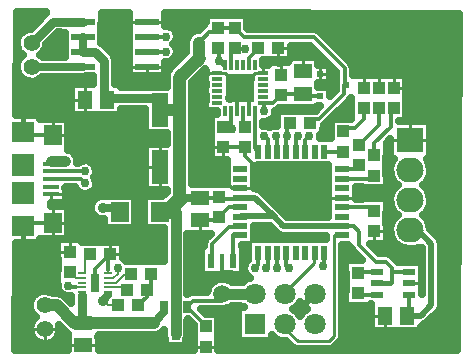
<source format=gbr>
G04 DipTrace 2.4.0.2*
%INTop.gbr*%
%MOIN*%
%ADD10C,0.0098*%
%ADD13C,0.013*%
%ADD14C,0.0118*%
%ADD15C,0.02*%
%ADD16C,0.0087*%
%ADD17C,0.0071*%
%ADD18C,0.008*%
%ADD19C,0.04*%
%ADD20C,0.025*%
%ADD21C,0.03*%
%ADD23C,0.0197*%
%ADD24C,0.0433*%
%ADD25C,0.035*%
%ADD26C,0.05*%
%ADD27C,0.036*%
%ADD28C,0.028*%
%ADD29C,0.01*%
%ADD30C,0.016*%
%ADD31R,0.0591X0.0512*%
%ADD32R,0.0551X0.1122*%
%ADD33R,0.0394X0.0433*%
%ADD34R,0.0433X0.0394*%
%ADD35R,0.0512X0.0591*%
%ADD36R,0.0598X0.0661*%
%ADD38R,0.0709X0.0709*%
%ADD39C,0.0709*%
%ADD41C,0.056*%
%ADD43R,0.05X0.022*%
%ADD44R,0.022X0.05*%
%ADD46R,0.0335X0.0118*%
%ADD47R,0.0118X0.0335*%
%ADD48R,0.0965X0.0965*%
%ADD50R,0.0256X0.0413*%
%ADD51R,0.0787X0.0236*%
%ADD52R,0.0906X0.0827*%
%ADD53O,0.0906X0.0827*%
%ADD55R,0.0531X0.0157*%
%ADD56R,0.063X0.0669*%
%ADD57R,0.0748X0.0709*%
%ADD58R,0.0748X0.0748*%
%ADD60R,0.0236X0.0197*%
%ADD61R,0.0433X0.0236*%
%ADD63O,0.0295X0.0071*%
%ADD64R,0.0315X0.063*%
%ADD65R,0.0236X0.0512*%
%ADD66R,0.0157X0.0512*%
%ADD68C,0.0295*%
%ADD69C,0.0591*%
%FSLAX44Y44*%
G04*
G70*
G90*
G75*
G01*
%LNTop*%
%LPD*%
X10500Y8756D2*
D13*
X10007D1*
X9923Y8840D1*
X9230D1*
X9180Y8789D1*
X8605Y8543D2*
D14*
X8934D1*
D13*
X9180Y8789D1*
X7534Y8260D2*
D14*
Y7825D1*
D13*
X7269D1*
Y7738D1*
X7554Y7684D2*
X7324D1*
X7269Y7738D1*
X8637Y8268D2*
Y8511D1*
D14*
X8605Y8543D1*
X13450Y2150D2*
D13*
Y1502D1*
X13398Y1450D1*
D15*
X13850D1*
X14200Y1800D1*
Y3850D1*
X13750Y4300D1*
X13500D1*
X8742Y3534D2*
D13*
Y3071D1*
X8694Y3024D1*
X5350Y10750D2*
X4726D1*
X6499Y4630D2*
X7020D1*
X7119Y4729D1*
X7839Y5066D2*
X7456D1*
X7119Y4729D1*
X7054Y9527D2*
D16*
X7337D1*
X7829Y9035D1*
X8605Y9527D2*
X8321D1*
X7829Y9035D1*
X7731Y8260D2*
D14*
Y8590D1*
D13*
Y8937D1*
X7829Y9035D1*
X8124Y8260D2*
D14*
Y8590D1*
D13*
Y8740D1*
X7829Y9035D1*
X7269Y7069D2*
X7988D1*
X7839Y5696D2*
X7547D1*
X7249Y5994D1*
X6348D1*
X7988Y7069D2*
Y6776D1*
X8440Y6324D1*
Y6152D1*
X8465Y6127D1*
X9055Y4134D2*
X8415D1*
X8022Y3740D1*
Y2800D1*
X7338D1*
X7230Y2908D1*
Y3284D1*
X3433Y2865D2*
D17*
Y2965D1*
D13*
Y3448D1*
X3485Y3500D1*
X3000Y2550D2*
Y3015D1*
X3485Y3500D1*
X1578Y7460D2*
X693D1*
X574Y7579D1*
X1578Y4547D2*
X693D1*
X574Y4429D1*
X10631Y3534D2*
Y3150D1*
X10579Y3098D1*
X9319Y2166D2*
D10*
Y2232D1*
X10285Y3199D1*
Y3503D1*
X10316Y3534D1*
X8321Y8260D2*
D14*
Y8126D1*
D13*
Y7019D1*
X8427Y6914D1*
X6856Y3284D2*
X6900D1*
Y3825D1*
X7469Y4394D1*
X7796D1*
X7839Y4436D1*
X8124Y9811D2*
D14*
Y10044D1*
D13*
X8432Y10351D1*
Y10371D1*
X12300Y6785D2*
Y7200D1*
X12850Y7750D1*
Y8265D1*
X12950Y8365D1*
X7604Y3284D2*
Y4121D1*
X7839D1*
X11219Y5066D2*
X12284D1*
X12416Y4934D1*
X12299D1*
X11800Y7135D2*
Y7150D1*
X12450Y7800D1*
Y8365D1*
X3433Y2393D2*
D18*
X3957D1*
X4050Y2300D1*
X9371Y3534D2*
D13*
Y3096D1*
X9444Y3024D1*
X12387Y2150D2*
X11800D1*
X11750Y2200D1*
X11265Y7585D2*
Y7700D1*
X11650D1*
X11950Y8000D1*
Y8365D1*
X2815Y3500D2*
D18*
X2650D1*
Y2900D1*
X2615Y2865D1*
X2567D1*
Y2707D2*
X2343D1*
X2150Y2900D1*
X9069Y3024D2*
D13*
Y3521D1*
X9057Y3534D1*
X7927Y8260D2*
D14*
Y8042D1*
D13*
Y7738D1*
X7988D1*
X12387Y2898D2*
X11779D1*
X11750Y2869D1*
X3433Y2550D2*
D18*
X3700D1*
X4000Y2850D1*
X4200D1*
X1317Y1787D2*
D19*
X1713D1*
X2300Y1200D1*
X2600D1*
X4950D1*
D20*
X5302Y1552D1*
Y1750D1*
X2567Y2235D2*
D17*
Y2135D1*
D21*
Y1233D1*
D13*
X2600Y1200D1*
X4869Y2850D2*
Y2450D1*
X4719Y2300D1*
Y2069D1*
X4435Y1785D1*
X2600Y11250D2*
D21*
X1600D1*
X876Y10526D1*
Y9738D2*
D20*
X2588D1*
X2600Y9750D1*
X10631Y6914D2*
D13*
X11264D1*
X11265Y6915D1*
X11219Y6011D2*
X12196D1*
X12300Y6115D1*
X11800Y6465D2*
Y6350D1*
X11195D1*
X11219Y6326D1*
X8427Y3534D2*
Y3131D1*
X8320Y3024D1*
X5350Y10250D2*
X4726D1*
X9371Y6914D2*
Y7406D1*
X9389Y7424D1*
Y7775D1*
X9488Y7874D1*
X9057Y6914D2*
Y7382D1*
X9014Y7424D1*
X1529Y6260D2*
X2665D1*
X2669Y6264D1*
X9319Y1166D2*
D10*
Y1199D1*
X9301Y1181D1*
Y1033D1*
X9744Y591D1*
X10778D1*
X10950Y763D1*
Y4134D1*
X11231D1*
X11219Y4121D1*
X7653Y10369D2*
D14*
X7534D1*
Y9811D1*
X9686Y6914D2*
D13*
Y7371D1*
X9764Y7448D1*
X7997Y10335D2*
X7687D1*
X7653Y10369D1*
X10001Y6914D2*
Y7287D1*
X10138Y7424D1*
X7337Y9811D2*
X7266D1*
X7210Y9867D1*
X7185D1*
X7111Y9941D1*
D14*
Y10369D1*
X7087D1*
X8742Y6914D2*
D13*
Y7322D1*
X8640Y7424D1*
X1529Y6004D2*
X2530D1*
X2669Y5864D1*
X6499Y5378D2*
Y5354D1*
X7074D1*
X7119Y5398D1*
X7164D1*
X7219Y5344D1*
X7801D1*
X7839Y5381D1*
D23*
X8319D1*
X8946Y4754D1*
X7841D1*
X7839Y4751D1*
X11219Y4436D2*
Y4429D1*
X9271D1*
X8946Y4754D1*
X7087Y11038D2*
D13*
Y11040D1*
Y11038D2*
X7653D1*
X7963Y10728D1*
X10274D1*
X11309Y9694D1*
Y9129D1*
X11366D1*
X10157Y7874D2*
Y7992D1*
X10442D1*
X11300Y8850D1*
Y9129D1*
X7087Y11038D2*
Y10900D1*
X6800D1*
X6450Y10550D1*
D19*
Y10050D1*
D24*
X5807Y9407D1*
Y8296D1*
Y5378D1*
D20*
X6499D1*
X5676Y844D2*
D25*
Y4900D1*
X5150D1*
Y8296D2*
D21*
Y8700D1*
X3300D1*
Y9950D1*
X3000Y10250D1*
X2600D1*
Y10750D2*
D20*
Y10250D1*
X5150Y8296D2*
D19*
X5807D1*
X6499Y5378D2*
D20*
X5828D1*
D26*
X5350Y4900D1*
X5150D1*
X11219Y4436D2*
D13*
X11614D1*
X11800Y4250D1*
Y3800D1*
X12350Y3250D1*
X12700D1*
X12900Y3050D1*
Y2550D1*
X12850Y2500D1*
X12411D1*
X12387Y2524D1*
X13450Y2898D2*
X12948D1*
X12900Y2850D1*
Y2600D1*
X12824Y2524D1*
X12387D1*
X3400Y8650D2*
X3350D1*
X3300Y8700D1*
X8319Y2166D2*
D27*
X7234D1*
Y2165D1*
X2567Y2393D2*
D17*
X2354D1*
D13*
X2157D1*
X2100Y2450D1*
X3433Y2235D2*
D18*
Y2133D1*
D28*
X3250Y1950D1*
X3765Y1785D2*
D18*
X3415D1*
X3250Y1950D1*
X1529Y6516D2*
D13*
Y6600D1*
D25*
X2000D1*
X3433Y2707D2*
D17*
X3607D1*
D18*
X3750Y2850D1*
Y3050D1*
X3250Y5050D2*
D20*
X3661D1*
X3811Y4900D1*
X6685Y1085D2*
D13*
Y1115D1*
X6050Y1750D1*
X7234Y2165D2*
Y1950D1*
X6250D1*
X6050Y1750D1*
D27*
X4600Y6000D3*
X3250Y5050D3*
D68*
X7554Y7684D3*
D27*
X6348Y5994D3*
X11263Y3346D3*
D68*
X10579Y3098D3*
D69*
X7234Y2165D3*
D27*
X3250Y1950D3*
X3750Y9200D3*
D68*
X10138Y7424D3*
X9764Y7448D3*
X9014Y7424D3*
X8640D3*
X8637Y8268D3*
X9389Y7424D3*
X9069Y3024D3*
X8694D3*
X8320D3*
X9444D3*
X5350Y10750D3*
Y10250D3*
X2669Y6264D3*
Y5864D3*
X7997Y10335D3*
X7111Y9941D3*
D27*
X6348Y7372D3*
X7480Y8686D3*
X8971Y5659D3*
X9129Y9916D3*
X12750Y6496D3*
X8145Y9350D3*
X10531Y5640D3*
D68*
X2100Y2450D3*
D27*
X2450Y4600D3*
X2461Y5519D3*
X3550Y500D3*
D69*
X640Y11294D3*
D27*
X6348Y4035D3*
X12750Y4577D3*
Y5463D3*
D68*
X3750Y3050D3*
D27*
X5900Y10250D3*
X5150Y7350D3*
X5200Y3350D3*
X2000Y6600D3*
X10531Y9990D3*
D69*
X14813Y11294D3*
Y591D3*
X640D3*
D27*
X9055Y4134D3*
X7997Y3740D3*
X11263Y1286D3*
X6700Y2400D3*
X3750Y11400D3*
X2850Y9300D3*
X7350Y1550D3*
D68*
X2450Y7350D3*
X450Y8300D3*
X3000Y2550D3*
D27*
X5996Y11393D3*
X8169D3*
X10098Y8327D3*
X480Y3745D3*
X8465Y6127D3*
X404Y11307D2*
D20*
X1120D1*
X3232D2*
X4096D1*
X5357D2*
X6651D1*
X8088D2*
X15092D1*
X404Y11058D2*
X870D1*
X3232D2*
X4096D1*
X5564D2*
X6542D1*
X8088D2*
X15092D1*
X1697Y10809D2*
X1967D1*
X3232D2*
X4096D1*
X5732D2*
X6104D1*
X10611D2*
X15089D1*
X1447Y10560D2*
X1967D1*
X3232D2*
X4096D1*
X5681D2*
X6010D1*
X10861D2*
X15089D1*
X1346Y10312D2*
X1967D1*
X3474D2*
X4096D1*
X5728D2*
X6010D1*
X9556D2*
X10272D1*
X11107D2*
X15089D1*
X400Y10063D2*
X478D1*
X3670D2*
X4096D1*
X5681D2*
X5831D1*
X9556D2*
X10522D1*
X11357D2*
X15089D1*
X3689Y9814D2*
X4096D1*
X5357D2*
X5581D1*
X8619D2*
X8745D1*
X11584D2*
X15085D1*
X3689Y9566D2*
X4096D1*
X10857D2*
X11006D1*
X11611D2*
X15085D1*
X396Y9317D2*
X596D1*
X1158D2*
X2913D1*
X3689D2*
X5354D1*
X6349D2*
X6647D1*
X10857D2*
X11006D1*
X13385D2*
X15085D1*
X396Y9068D2*
X2159D1*
X3892D2*
X4635D1*
X6260D2*
X6647D1*
X10455D2*
X10999D1*
X13385D2*
X15085D1*
X396Y8820D2*
X2159D1*
X6260D2*
X6647D1*
X13385D2*
X15081D1*
X392Y8571D2*
X2159D1*
X6260D2*
X6647D1*
X13385D2*
X15081D1*
X392Y8322D2*
X2159D1*
X3892D2*
X4635D1*
X6260D2*
X6647D1*
X9127D2*
X10354D1*
X11189D2*
X11514D1*
X13385D2*
X15081D1*
X1185Y8074D2*
X4635D1*
X6260D2*
X6835D1*
X10943D2*
X11514D1*
X13385D2*
X15081D1*
X2131Y7825D2*
X4635D1*
X6260D2*
X6835D1*
X8623D2*
X9034D1*
X10693D2*
X10831D1*
X14189D2*
X15077D1*
X2131Y7576D2*
X4635D1*
X6260D2*
X6835D1*
X10611D2*
X10831D1*
X14189D2*
X15077D1*
X2131Y7328D2*
X5354D1*
X6260D2*
X6835D1*
X14189D2*
X15077D1*
X2131Y7079D2*
X4635D1*
X6260D2*
X6835D1*
X14189D2*
X15073D1*
X2342Y6830D2*
X4635D1*
X6260D2*
X6835D1*
X14189D2*
X15073D1*
X2865Y6581D2*
X4635D1*
X6260D2*
X7350D1*
X12736D2*
X12876D1*
X14123D2*
X15073D1*
X3049Y6333D2*
X4635D1*
X6260D2*
X7350D1*
X8326D2*
X10733D1*
X12736D2*
X12814D1*
X14189D2*
X15073D1*
X3006Y6084D2*
X4635D1*
X6260D2*
X7350D1*
X8326D2*
X10733D1*
X12736D2*
X12845D1*
X14154D2*
X15069D1*
X3053Y5835D2*
X4635D1*
X7033D2*
X7350D1*
X8326D2*
X10733D1*
X12736D2*
X13014D1*
X13986D2*
X15069D1*
X2033Y5587D2*
X2413D1*
X2924D2*
X5354D1*
X8580D2*
X10733D1*
X11705D2*
X12878D1*
X14123D2*
X15069D1*
X2033Y5338D2*
X2960D1*
X4349D2*
X4612D1*
X8826D2*
X10733D1*
X12732D2*
X12811D1*
X14189D2*
X15069D1*
X2131Y5089D2*
X2835D1*
X4349D2*
X4612D1*
X9076D2*
X10733D1*
X12732D2*
X12846D1*
X14154D2*
X15065D1*
X2131Y4841D2*
X2893D1*
X4349D2*
X4612D1*
X9326D2*
X10733D1*
X12732D2*
X13010D1*
X13990D2*
X15065D1*
X2131Y4592D2*
X3276D1*
X4349D2*
X4612D1*
X12732D2*
X12881D1*
X14119D2*
X15065D1*
X2131Y4343D2*
X5264D1*
X8326D2*
X8893D1*
X12732D2*
X12811D1*
X14189D2*
X15065D1*
X2131Y4095D2*
X5264D1*
X6088D2*
X6753D1*
X8326D2*
X10663D1*
X12732D2*
X12842D1*
X14424D2*
X15061D1*
X373Y3846D2*
X1714D1*
X3939D2*
X5264D1*
X6088D2*
X6596D1*
X12732D2*
X13003D1*
X14537D2*
X15061D1*
X373Y3597D2*
X1714D1*
X3939D2*
X5264D1*
X6088D2*
X6499D1*
X7959D2*
X8081D1*
X11236D2*
X11585D1*
X12420D2*
X13862D1*
X14537D2*
X15061D1*
X373Y3349D2*
X1714D1*
X3978D2*
X5264D1*
X6088D2*
X6499D1*
X7959D2*
X8081D1*
X11236D2*
X11835D1*
X13017D2*
X13862D1*
X14537D2*
X15061D1*
X369Y3100D2*
X1714D1*
X6088D2*
X6499D1*
X11236D2*
X11314D1*
X14537D2*
X15057D1*
X369Y2851D2*
X1714D1*
X6088D2*
X6499D1*
X11236D2*
X11314D1*
X14537D2*
X15057D1*
X369Y2602D2*
X1714D1*
X6088D2*
X6952D1*
X7517D2*
X7932D1*
X11236D2*
X11314D1*
X14537D2*
X15057D1*
X369Y2354D2*
X1729D1*
X6088D2*
X6737D1*
X11236D2*
X11314D1*
X14537D2*
X15053D1*
X365Y2105D2*
X917D1*
X11236D2*
X11314D1*
X14537D2*
X15053D1*
X365Y1856D2*
X803D1*
X11236D2*
X11314D1*
X14537D2*
X15053D1*
X365Y1608D2*
X835D1*
X6611D2*
X7725D1*
X9701D2*
X9936D1*
X11236D2*
X12155D1*
X14471D2*
X15053D1*
X365Y1359D2*
X956D1*
X7119D2*
X7725D1*
X11236D2*
X12155D1*
X14228D2*
X15049D1*
X361Y1110D2*
X811D1*
X6088D2*
X6249D1*
X7119D2*
X7725D1*
X11236D2*
X12155D1*
X13892D2*
X15049D1*
X361Y862D2*
X819D1*
X1814D2*
X2038D1*
X6088D2*
X6249D1*
X7119D2*
X7725D1*
X11236D2*
X15049D1*
X361Y613D2*
X987D1*
X1646D2*
X2065D1*
X3135D2*
X5311D1*
X6041D2*
X6249D1*
X7119D2*
X7725D1*
X8912D2*
X9167D1*
X11189D2*
X15049D1*
X361Y364D2*
X2065D1*
X3135D2*
X6249D1*
X7119D2*
X9589D1*
X10935D2*
X15046D1*
X9531Y10057D2*
X10431D1*
Y9815D1*
X10794D1*
X10159Y10450D1*
X9528D1*
X9531Y10106D1*
Y10056D1*
X9415Y9944D1*
Y9960D1*
X8592Y9961D1*
X8593Y9797D1*
X8749Y9799D1*
X8770Y9804D1*
Y9888D1*
X9415Y9894D1*
Y9944D1*
X10431Y9193D2*
Y9070D1*
X10831Y9067D1*
Y8774D1*
X11022Y8965D1*
X11026Y9176D1*
X11031Y9578D1*
X10831Y9779D1*
Y9192D1*
X10432D1*
X10431Y8445D2*
Y8373D1*
X10502Y8446D1*
X10428Y8444D1*
X10306Y8371D1*
X9591D1*
X9590Y8360D1*
X9140D1*
X9025Y8281D1*
X8998Y8278D1*
X8976Y8145D1*
X8914Y8037D1*
X8819Y7957D1*
X8703Y7913D1*
X8598Y7912D1*
X8599Y7778D1*
X8690Y7781D1*
X8824Y7731D1*
X8940Y7777D1*
X9061Y7781D1*
X9059Y8284D1*
X9918Y8280D1*
X10341Y8284D1*
X4786Y9070D2*
X5376D1*
X5378Y9407D1*
X5396Y9530D1*
X5442Y9633D1*
X5503Y9711D1*
X6036Y10244D1*
X6037Y10550D1*
X6056Y10673D1*
X6110Y10785D1*
X6196Y10876D1*
X6304Y10937D1*
X6426Y10962D1*
X6469Y10958D1*
X6607Y11099D1*
X6677Y11234D1*
Y11468D1*
X7496Y11464D1*
X7743Y11468D1*
X8062D1*
Y11019D1*
X8088Y11006D1*
X10274D1*
X10398Y10976D1*
X10368Y10990D1*
X10471Y10925D1*
X11506Y9890D1*
X11572Y9781D1*
X11560Y9813D1*
X11587Y9694D1*
X11590Y9464D1*
X13360D1*
Y7936D1*
X13129D1*
X13134Y7926D1*
X14166D1*
Y6674D1*
X14042D1*
X14090Y6598D1*
X14138Y6483D1*
X14166Y6300D1*
X14153Y6176D1*
X14117Y6057D1*
X14057Y5947D1*
X13977Y5851D1*
X13913Y5800D1*
X14020Y5701D1*
X14090Y5598D1*
X14138Y5483D1*
X14166Y5300D1*
X14153Y5176D1*
X14117Y5057D1*
X14057Y4947D1*
X13977Y4851D1*
X13913Y4800D1*
X14020Y4701D1*
X14090Y4598D1*
X14138Y4483D1*
X14164Y4328D1*
X14421Y4071D1*
X14490Y3968D1*
X14513Y3850D1*
Y1800D1*
X14488Y1678D1*
X14421Y1579D1*
X14071Y1229D1*
X13953Y1155D1*
X13867Y1083D1*
Y942D1*
X12929Y946D1*
X12844Y942D1*
X12181D1*
Y1819D1*
X12160Y1770D1*
X11340D1*
X11344Y2630D1*
X11340Y3190D1*
Y3299D1*
X11907D1*
X11603Y3603D1*
X11537Y3712D1*
X11548Y3684D1*
X11432Y3798D1*
X11209D1*
X11212Y3009D1*
Y763D1*
X11180Y636D1*
X11135Y578D1*
X10963Y405D1*
X10850Y339D1*
X10778Y328D1*
X9744D1*
X9617Y361D1*
X9559Y405D1*
X9363Y601D1*
X9211Y609D1*
X9092Y646D1*
X8984Y708D1*
X8885Y802D1*
X8886Y599D1*
X7752D1*
Y1733D1*
X7951D1*
X7819Y1773D1*
X7557D1*
X7516Y1742D1*
X7404Y1686D1*
X7283Y1659D1*
X7158Y1663D1*
X7109Y1672D1*
X6519D1*
X6680Y1513D1*
X7094Y1514D1*
X7091Y655D1*
X7094Y570D1*
Y314D1*
X15072Y315D1*
X15118Y11508D1*
X5333Y11539D1*
Y11110D1*
X5400Y11107D1*
X5519Y11069D1*
X5617Y10992D1*
X5683Y10887D1*
X5711Y10750D1*
X5689Y10627D1*
X5627Y10520D1*
X5607Y10502D1*
X5683Y10387D1*
X5711Y10250D1*
X5689Y10127D1*
X5627Y10020D1*
X5533Y9939D1*
X5416Y9895D1*
X5334D1*
X5333Y9419D1*
X4119D1*
X4123Y10581D1*
X4119Y10669D1*
X4123Y11081D1*
X4119Y11069D1*
X4118Y11543D1*
X3208Y11546D1*
X3203Y10919D1*
X3207Y10831D1*
Y10546D1*
X3257Y10507D1*
X3557Y10207D1*
X3628Y10105D1*
X3663Y9965D1*
Y9157D1*
X3869Y9158D1*
Y9061D1*
X4663Y9063D1*
X4661Y9070D1*
X4786D1*
X7010Y5828D2*
X7377D1*
X7376Y6639D1*
X6859Y6640D1*
Y8168D1*
X7066D1*
X7065Y8274D1*
X6673Y8271D1*
X6677Y8815D1*
X6673Y8915D1*
X6677Y9209D1*
X6673Y9308D1*
X6677Y9603D1*
X6673Y9666D1*
X6237Y9230D1*
Y5846D1*
X7007Y5847D1*
Y5827D1*
X12708Y4694D2*
X12709Y3835D1*
X12158D1*
X12463Y3530D1*
X12700Y3528D1*
X12824Y3498D1*
X12793Y3512D1*
X12897Y3447D1*
X13099Y3243D1*
X13145Y3229D1*
X13880D1*
X13876Y2567D1*
X13880Y2455D1*
X13879Y2193D1*
X13887Y2175D1*
Y3718D1*
X13768Y3717D1*
X13648Y3683D1*
X13461Y3674D1*
X13321Y3689D1*
X13202Y3729D1*
X13094Y3792D1*
X13001Y3874D1*
X12926Y3974D1*
X12872Y4087D1*
X12841Y4207D1*
X12835Y4332D1*
X12854Y4456D1*
X12897Y4573D1*
X12962Y4679D1*
X13047Y4770D1*
X13088Y4800D1*
X13001Y4874D1*
X12926Y4974D1*
X12872Y5087D1*
X12841Y5207D1*
X12835Y5332D1*
X12854Y5456D1*
X12897Y5573D1*
X12962Y5679D1*
X13047Y5770D1*
X13088Y5800D1*
X13001Y5874D1*
X12926Y5974D1*
X12872Y6087D1*
X12841Y6207D1*
X12835Y6332D1*
X12854Y6456D1*
X12897Y6573D1*
X12960Y6676D1*
X12834Y6674D1*
Y7342D1*
X12710Y7214D1*
X12706Y6355D1*
X12710Y5795D1*
Y5686D1*
X11890D1*
Y5737D1*
X11684Y5733D1*
X11678Y5688D1*
X11682Y5604D1*
X11678Y5373D1*
X11682Y5346D1*
X11887Y5344D1*
X11889Y5363D1*
X12709D1*
X12705Y4504D1*
X6842Y4161D2*
X6064D1*
Y2170D1*
X6131Y2201D1*
X6250Y2228D1*
X6730D1*
X6749Y2316D1*
X6800Y2430D1*
X6878Y2528D1*
X6977Y2603D1*
X7091Y2653D1*
X7214Y2673D1*
X7338Y2663D1*
X7456Y2623D1*
X7558Y2557D1*
X7910Y2559D1*
X8034Y2657D1*
X8144Y2709D1*
X8048Y2787D1*
X7983Y2894D1*
X7959Y3016D1*
X7978Y3139D1*
X8037Y3248D1*
X8104Y3307D1*
Y3801D1*
X7884Y3798D1*
X7898Y3753D1*
X7935D1*
Y2815D1*
X7273Y2819D1*
X7222Y2815D1*
X6525D1*
Y3753D1*
X6622D1*
Y3825D1*
X6652Y3949D1*
X6638Y3918D1*
X6703Y4021D1*
X6844Y4162D1*
X3108Y788D2*
X3104Y731D1*
X3108Y646D1*
Y314D1*
X6276D1*
X6275Y1136D1*
X6077Y1330D1*
X6064Y1275D1*
Y844D1*
X6044Y722D1*
X6017Y670D1*
Y425D1*
X5335D1*
Y663D1*
X5299Y751D1*
X5288Y844D1*
Y966D1*
X5222Y890D1*
X5118Y822D1*
X4997Y790D1*
X3950Y787D1*
X3110D1*
X3108Y721D1*
X3424Y5444D2*
X4324D1*
Y4356D1*
X3299D1*
Y4657D1*
X3242D1*
X3120Y4679D1*
X3010Y4738D1*
X2925Y4829D1*
X2872Y4942D1*
X2857Y5065D1*
X2882Y5187D1*
X2943Y5296D1*
X3035Y5379D1*
X3149Y5430D1*
X3273Y5442D1*
X3300Y5436D1*
X3299Y5444D1*
X3424D1*
X9582Y1665D2*
X9628Y1642D1*
X9724Y1563D1*
X9816Y1433D1*
X9934Y1583D1*
X10052Y1665D1*
X9945Y1740D1*
X9861Y1832D1*
X9819Y1899D1*
X9767Y1818D1*
X9680Y1728D1*
X9585Y1666D1*
X1366Y10506D2*
X1353Y10402D1*
X1307Y10286D1*
X1233Y10186D1*
X1169Y10134D1*
X1251Y10076D1*
X1997Y10081D1*
X1993Y10581D1*
Y10884D1*
X1752Y10887D1*
X1368Y10504D1*
X11540Y8018D2*
Y8710D1*
X11408Y8565D1*
X10635Y7794D1*
X10587Y7659D1*
Y7464D1*
X10497D1*
X10490Y7374D1*
X10859Y7377D1*
X10856Y7780D1*
X10859Y8014D1*
X11539D1*
X8302Y4442D2*
X8298Y4428D1*
X8321Y4442D1*
X8302D1*
X8298Y4113D1*
X8302Y3995D1*
X8750Y3993D1*
X8859Y3997D1*
X9380Y3993D1*
X9488Y3997D1*
X10009Y3993D1*
X10118Y3997D1*
X10639Y3993D1*
X10687Y3997D1*
X10688Y4115D1*
X9271Y4118D1*
X9149Y4142D1*
X9051Y4209D1*
X8816Y4444D1*
X8321Y4442D1*
X8302Y4440D2*
Y4069D1*
X8419Y3997D1*
X9065Y3993D1*
X9173Y3997D1*
X9694Y3993D1*
X9803Y3997D1*
X10324Y3993D1*
X10433Y3997D1*
X10683D1*
X10756Y4740D2*
X10760Y4759D1*
X10756Y5074D1*
X10758Y5373D1*
X10756Y6019D1*
Y6378D1*
X10639Y6451D1*
X9993Y6455D1*
X9884Y6451D1*
X9363Y6455D1*
X9255Y6451D1*
X8734Y6455D1*
X8625Y6451D1*
X8302Y6450D1*
X8298Y6003D1*
X8302Y5919D1*
Y5693D1*
X8440Y5668D1*
X8539Y5601D1*
X9401Y4739D1*
X10756Y4743D1*
X10760Y5389D1*
X10756Y5408D1*
X10760Y6334D1*
X10756Y6452D1*
X10308Y6455D1*
X10199Y6451D1*
X9678Y6455D1*
X9569Y6451D1*
X9048Y6455D1*
X8940Y6451D1*
X8419Y6455D1*
X8300Y6451D1*
X8302Y5709D1*
X1740Y2474D2*
X1744Y3330D1*
X1740Y3415D1*
Y3999D1*
X2560D1*
X2562Y3910D1*
X3245Y3906D1*
X3180Y3910D1*
X3914D1*
X3919Y3369D1*
X4017Y3292D1*
X4036Y3263D1*
X4630Y3260D1*
X5289D1*
X5287Y4356D1*
X4638D1*
Y5444D1*
X5235D1*
X5379Y5584D1*
X5378Y5630D1*
X4661D1*
Y7178D1*
X5378D1*
X5377Y7522D1*
X4661D1*
Y8338D1*
X3873Y8337D1*
X3869Y8142D1*
X2931Y8146D1*
X2846Y8142D1*
X2183D1*
Y9158D1*
X2935D1*
X2937Y9423D1*
X2695Y9419D1*
X2588Y9400D1*
X1233Y9398D1*
X1136Y9320D1*
X1023Y9268D1*
X900Y9246D1*
X776Y9255D1*
X658Y9296D1*
X554Y9365D1*
X470Y9457D1*
X413Y9568D1*
X385Y9689D1*
X388Y9814D1*
X423Y9934D1*
X487Y10041D1*
X578Y10131D1*
X470Y10245D1*
X413Y10355D1*
X385Y10477D1*
X388Y10601D1*
X423Y10721D1*
X487Y10829D1*
X575Y10916D1*
X683Y10979D1*
X803Y11013D1*
X853Y11014D1*
X1361Y11522D1*
X1368Y11552D1*
X381Y11555D1*
X367Y8145D1*
X1161Y8146D1*
Y8008D1*
X2106D1*
Y6978D1*
X2145Y6965D1*
X2252Y6902D1*
X2333Y6808D1*
X2382Y6693D1*
X2393Y6600D1*
X2383Y6535D1*
X2431Y6538D1*
X2480Y6571D1*
X2595Y6617D1*
X2719Y6621D1*
X2838Y6582D1*
X2936Y6506D1*
X3002Y6401D1*
X3030Y6264D1*
X3008Y6141D1*
X2968Y6070D1*
X3002Y6002D1*
X3030Y5864D1*
X3008Y5742D1*
X2946Y5634D1*
X2852Y5554D1*
X2735Y5510D1*
X2611Y5509D1*
X2493Y5550D1*
X2397Y5628D1*
X2339Y5725D1*
X2010Y5726D1*
X2004Y5712D1*
X2008Y5659D1*
Y5200D1*
X1515D1*
X1525Y5095D1*
X2106D1*
Y3999D1*
X1161Y3996D1*
Y3862D1*
X350D1*
X335Y317D1*
X1882Y314D1*
X2089D1*
X2092Y533D1*
Y843D1*
X2008Y908D1*
X1795Y1121D1*
X1810Y1000D1*
X1800Y901D1*
X1770Y805D1*
X1722Y718D1*
X1657Y642D1*
X1578Y581D1*
X1488Y538D1*
X1391Y513D1*
X1292Y508D1*
X1193Y523D1*
X1099Y558D1*
X1015Y611D1*
X942Y680D1*
X886Y762D1*
X846Y853D1*
X827Y951D1*
Y1051D1*
X847Y1149D1*
X887Y1240D1*
X944Y1322D1*
X1021Y1394D1*
X912Y1507D1*
X854Y1617D1*
X827Y1739D1*
X830Y1863D1*
X865Y1983D1*
X928Y2090D1*
X1017Y2178D1*
X1124Y2241D1*
X1244Y2275D1*
X1369Y2278D1*
X1490Y2249D1*
X1583Y2200D1*
X1713D1*
X1861Y2173D1*
X1969Y2111D1*
X2206Y1878D1*
X2204Y2104D1*
X2166Y2095D1*
X2042Y2094D1*
X1950Y2126D1*
X1828Y2213D1*
X1764Y2320D1*
X1739Y2442D1*
X1744Y2469D1*
X9923Y10056D2*
D29*
Y9588D1*
X5150Y7178D2*
Y5631D1*
X4662Y6404D2*
X5150D1*
X12299Y4265D2*
Y3836D1*
Y4265D2*
X12708D1*
X6499Y4630D2*
Y4161D1*
X7269Y7069D2*
Y6640D1*
X6860Y7069D2*
X7269D1*
X9180Y9887D2*
Y9458D1*
X9101Y10371D2*
Y9961D1*
Y10371D2*
X9530D1*
X12650Y1450D2*
Y942D1*
X12182Y1450D2*
X12650D1*
X3485Y3909D2*
Y3500D1*
X3914D1*
X2092Y452D2*
X3108D1*
X10319Y2166D2*
D23*
X9918Y1765D1*
X1317Y1000D2*
D29*
Y507D1*
X825Y1000D2*
X1810D1*
X12950Y9464D2*
Y9035D1*
X13359D1*
X12450Y9464D2*
Y9035D1*
X11950Y9464D2*
Y9035D1*
X7839Y5696D2*
X8301D1*
X10756Y5381D2*
X11681D1*
X6674Y9527D2*
X7054D1*
X8605Y9799D2*
Y9527D1*
X2150Y3998D2*
Y3569D1*
X1741D2*
X2150D1*
X6275Y415D2*
X7094D1*
X4726Y9750D2*
Y9419D1*
X4120Y9750D2*
X5332D1*
X4120Y11250D2*
X5332D1*
X13500Y7926D2*
Y7300D1*
X12835D2*
X14165D1*
X1529Y5492D2*
Y5201D1*
Y5492D2*
X2007D1*
X1578Y8008D2*
Y7460D1*
X2106D1*
X1578Y5094D2*
Y4000D1*
Y4547D2*
X2106D1*
X574Y8145D2*
D30*
Y7579D1*
Y4429D2*
Y3862D1*
X10500Y9815D2*
D29*
Y9193D1*
Y9504D2*
X10830D1*
X13450Y2524D2*
X13879D1*
X7230Y3284D2*
Y2815D1*
X2652Y9158D2*
Y8142D1*
X2184Y8650D2*
X2652D1*
D31*
X9923Y9588D3*
Y8840D3*
D32*
X5150Y8296D3*
Y6404D3*
D33*
X7119Y4729D3*
Y5398D3*
X12299Y4265D3*
Y4934D3*
D31*
X6499Y4630D3*
Y5378D3*
D33*
X7269Y7069D3*
Y7738D3*
X7988Y7069D3*
Y7738D3*
X9180Y8789D3*
Y9458D3*
D34*
X8432Y10371D3*
X9101D3*
D35*
X13398Y1450D3*
X12650D3*
D33*
X11750Y2869D3*
Y2200D3*
D34*
X3485Y3500D3*
X2815D3*
D35*
X3400Y8650D3*
X2652D3*
D31*
X2600Y1200D3*
Y452D3*
D36*
X5150Y4900D3*
X3811D3*
D34*
X4050Y2300D3*
X4719D3*
X4200Y2850D3*
X4869D3*
D38*
X8319Y1166D3*
D39*
X9319D3*
X10319D3*
Y2166D3*
X9319D3*
X8319D3*
D41*
X1317Y1787D3*
Y1000D3*
X876Y9738D3*
Y10526D3*
D33*
X12950Y9035D3*
Y8365D3*
X12450Y9035D3*
Y8365D3*
X11950Y9035D3*
Y8365D3*
D43*
X7839Y6326D3*
Y6011D3*
Y5696D3*
Y5381D3*
Y5066D3*
Y4751D3*
Y4436D3*
Y4121D3*
D44*
X8427Y3534D3*
X8742D3*
X9057D3*
X9371D3*
X9686D3*
X10001D3*
X10316D3*
X10631D3*
D43*
X11219Y4121D3*
Y4436D3*
Y4751D3*
Y5066D3*
Y5381D3*
Y5696D3*
Y6011D3*
Y6326D3*
D44*
X10631Y6914D3*
X10316D3*
X10001D3*
X9686D3*
X9371D3*
X9057D3*
X8742D3*
X8427D3*
D46*
X7054Y9527D3*
X7053Y9331D3*
Y9134D3*
Y8937D3*
Y8740D3*
Y8543D3*
D47*
X7337Y8260D3*
X7534D3*
X7731D3*
X7927D3*
X8124D3*
X8321D3*
D46*
X8605Y8543D3*
Y8740D3*
Y8937D3*
Y9134D3*
Y9331D3*
Y9527D3*
D47*
X8321Y9811D3*
X8124D3*
X7927D3*
X7731D3*
X7534D3*
X7337D3*
D48*
X7829Y9035D3*
D50*
X6050Y1750D3*
X5302D3*
X5676Y844D3*
D33*
X7087Y11038D3*
Y10369D3*
X7653Y11038D3*
Y10369D3*
D34*
X10157Y7874D3*
X9488D3*
D33*
X12300Y6785D3*
Y6115D3*
X11800Y7135D3*
Y6465D3*
X11265Y7585D3*
Y6915D3*
X2150Y2900D3*
Y3569D3*
D34*
X3765Y1785D3*
X4435D3*
D33*
X6685Y415D3*
Y1085D3*
D51*
X2600Y11250D3*
Y10750D3*
Y10250D3*
Y9750D3*
X4726D3*
Y10250D3*
Y10750D3*
Y11250D3*
D52*
X13500Y7300D3*
D53*
Y6300D3*
Y5300D3*
Y4300D3*
D55*
X1529Y6516D3*
Y6260D3*
Y6004D3*
Y5748D3*
Y5492D3*
D56*
X1578Y7460D3*
Y4547D3*
D57*
X574Y7579D3*
Y4429D3*
D58*
Y6476D3*
Y5531D3*
D60*
X10500Y9504D3*
Y8756D3*
X11366Y9129D3*
D61*
X13450Y2150D3*
Y2524D3*
Y2898D3*
X12387D3*
Y2524D3*
Y2150D3*
D63*
X3433Y2235D3*
Y2393D3*
Y2550D3*
Y2707D3*
Y2865D3*
X2567D3*
Y2707D3*
Y2550D3*
Y2393D3*
Y2235D3*
D64*
X3000Y2550D3*
D65*
X6856Y3284D3*
D66*
X7230D3*
D65*
X7604D3*
M02*

</source>
